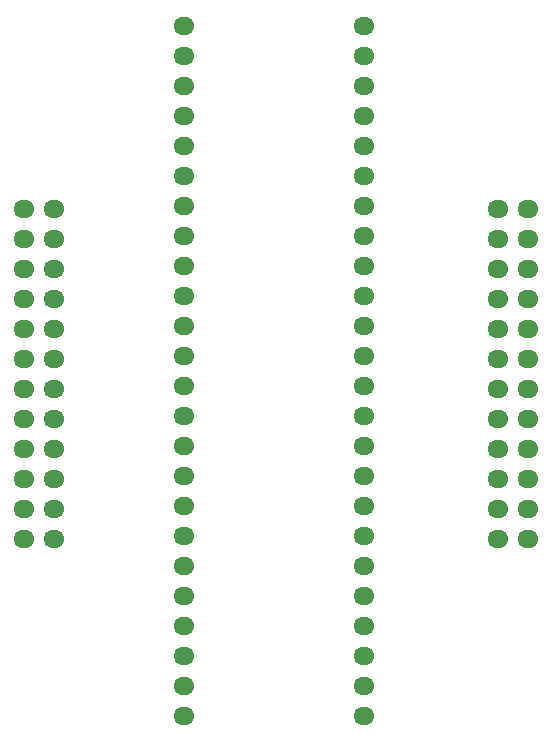
<source format=gbr>
%TF.GenerationSoftware,KiCad,Pcbnew,(6.0.1)*%
%TF.CreationDate,2022-07-28T18:23:26-07:00*%
%TF.ProjectId,2x2x12-idc-to-dip48,32783278-3132-42d6-9964-632d746f2d64,rev?*%
%TF.SameCoordinates,Original*%
%TF.FileFunction,Soldermask,Top*%
%TF.FilePolarity,Negative*%
%FSLAX46Y46*%
G04 Gerber Fmt 4.6, Leading zero omitted, Abs format (unit mm)*
G04 Created by KiCad (PCBNEW (6.0.1)) date 2022-07-28 18:23:26*
%MOMM*%
%LPD*%
G01*
G04 APERTURE LIST*
%ADD10O,1.778000X1.524000*%
G04 APERTURE END LIST*
D10*
%TO.C,P2*%
X90589100Y-87731600D03*
X93129100Y-87731600D03*
X90589100Y-90271600D03*
X93129100Y-90271600D03*
X90589100Y-92811600D03*
X93129100Y-92811600D03*
X90589100Y-95351600D03*
X93129100Y-95351600D03*
X90589100Y-97891600D03*
X93129100Y-97891600D03*
X90589100Y-100431600D03*
X93129100Y-100431600D03*
X90589100Y-102971600D03*
X93129100Y-102971600D03*
X90589100Y-105511600D03*
X93129100Y-105511600D03*
X90589100Y-108051600D03*
X93129100Y-108051600D03*
X90589100Y-110591600D03*
X93129100Y-110591600D03*
X90589100Y-113131600D03*
X93129100Y-113131600D03*
X90589100Y-115671600D03*
X93129100Y-115671600D03*
%TD*%
%TO.C,P3*%
X133261100Y-115671600D03*
X130721100Y-115671600D03*
X133261100Y-113131600D03*
X130721100Y-113131600D03*
X133261100Y-110591600D03*
X130721100Y-110591600D03*
X133261100Y-108051600D03*
X130721100Y-108051600D03*
X133261100Y-105511600D03*
X130721100Y-105511600D03*
X133261100Y-102971600D03*
X130721100Y-102971600D03*
X133261100Y-100431600D03*
X130721100Y-100431600D03*
X133261100Y-97891600D03*
X130721100Y-97891600D03*
X133261100Y-95351600D03*
X130721100Y-95351600D03*
X133261100Y-92811600D03*
X130721100Y-92811600D03*
X133261100Y-90271600D03*
X130721100Y-90271600D03*
X133261100Y-87731600D03*
X130721100Y-87731600D03*
%TD*%
%TO.C,P1*%
X104181000Y-72238700D03*
X104181000Y-74778700D03*
X104181000Y-77318700D03*
X104181000Y-79858700D03*
X104181000Y-82398700D03*
X104181000Y-84938700D03*
X104181000Y-87478700D03*
X104181000Y-90018700D03*
X104181000Y-92558700D03*
X104181000Y-95098700D03*
X104181000Y-97638700D03*
X104181000Y-100178700D03*
X104181000Y-102718700D03*
X104181000Y-105258700D03*
X104181000Y-107798700D03*
X104181000Y-110338700D03*
X104181000Y-112878700D03*
X104181000Y-115418700D03*
X104181000Y-117958700D03*
X104181000Y-120498700D03*
X104181000Y-123038700D03*
X104181000Y-125578700D03*
X104181000Y-128118700D03*
X104181000Y-130658700D03*
X119421000Y-130658700D03*
X119421000Y-128118700D03*
X119421000Y-125578700D03*
X119421000Y-123038700D03*
X119421000Y-120498700D03*
X119421000Y-117958700D03*
X119421000Y-115418700D03*
X119421000Y-112878700D03*
X119421000Y-110338700D03*
X119421000Y-107798700D03*
X119421000Y-105258700D03*
X119421000Y-102718700D03*
X119421000Y-100178700D03*
X119421000Y-97638700D03*
X119421000Y-95098700D03*
X119421000Y-92558700D03*
X119421000Y-90018700D03*
X119421000Y-87478700D03*
X119421000Y-84938700D03*
X119421000Y-82398700D03*
X119421000Y-79858700D03*
X119421000Y-77318700D03*
X119421000Y-74778700D03*
X119421000Y-72238700D03*
%TD*%
M02*

</source>
